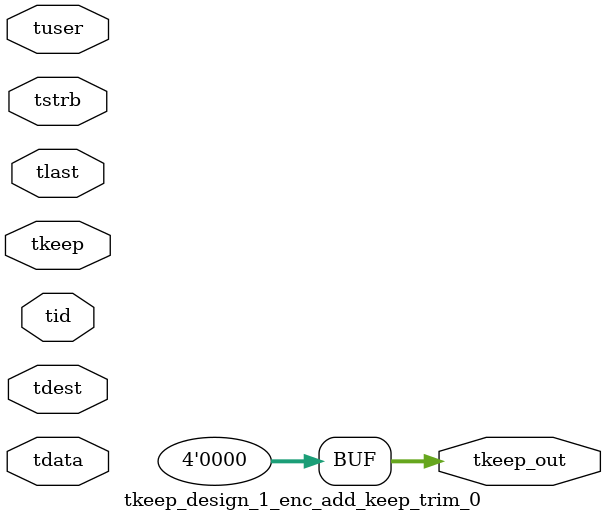
<source format=v>


`timescale 1ps/1ps

module tkeep_design_1_enc_add_keep_trim_0 #
(
parameter C_S_AXIS_TDATA_WIDTH = 32,
parameter C_S_AXIS_TUSER_WIDTH = 0,
parameter C_S_AXIS_TID_WIDTH   = 0,
parameter C_S_AXIS_TDEST_WIDTH = 0,
parameter C_M_AXIS_TDATA_WIDTH = 32
)
(
input  [(C_S_AXIS_TDATA_WIDTH == 0 ? 1 : C_S_AXIS_TDATA_WIDTH)-1:0     ] tdata,
input  [(C_S_AXIS_TUSER_WIDTH == 0 ? 1 : C_S_AXIS_TUSER_WIDTH)-1:0     ] tuser,
input  [(C_S_AXIS_TID_WIDTH   == 0 ? 1 : C_S_AXIS_TID_WIDTH)-1:0       ] tid,
input  [(C_S_AXIS_TDEST_WIDTH == 0 ? 1 : C_S_AXIS_TDEST_WIDTH)-1:0     ] tdest,
input  [(C_S_AXIS_TDATA_WIDTH/8)-1:0 ] tkeep,
input  [(C_S_AXIS_TDATA_WIDTH/8)-1:0 ] tstrb,
input                                                                    tlast,
output [(C_M_AXIS_TDATA_WIDTH/8)-1:0 ] tkeep_out
);

assign tkeep_out = {1'b0};

endmodule


</source>
